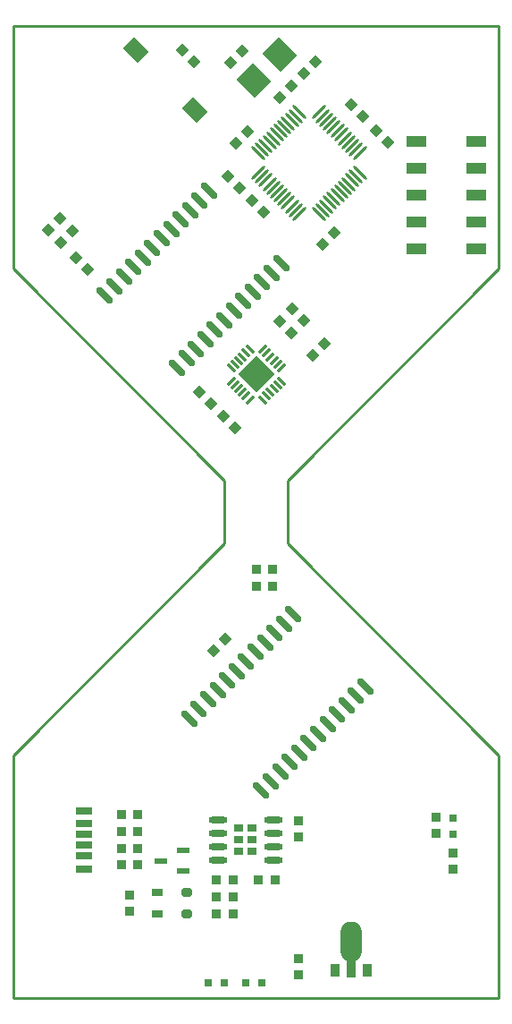
<source format=gbp>
G04*
G04 #@! TF.GenerationSoftware,Altium Limited,Altium Designer,23.4.1 (23)*
G04*
G04 Layer_Color=128*
%FSLAX25Y25*%
%MOIN*%
G70*
G04*
G04 #@! TF.SameCoordinates,F4368ACF-6DCD-49CB-89D3-828AB3F38D71*
G04*
G04*
G04 #@! TF.FilePolarity,Positive*
G04*
G01*
G75*
%ADD10C,0.01000*%
G04:AMPARAMS|DCode=35|XSize=35.43mil|YSize=33.47mil|CornerRadius=0mil|HoleSize=0mil|Usage=FLASHONLY|Rotation=315.000|XOffset=0mil|YOffset=0mil|HoleType=Round|Shape=Rectangle|*
%AMROTATEDRECTD35*
4,1,4,-0.02436,0.00070,-0.00070,0.02436,0.02436,-0.00070,0.00070,-0.02436,-0.02436,0.00070,0.0*
%
%ADD35ROTATEDRECTD35*%

G04:AMPARAMS|DCode=36|XSize=35.43mil|YSize=33.47mil|CornerRadius=0mil|HoleSize=0mil|Usage=FLASHONLY|Rotation=225.000|XOffset=0mil|YOffset=0mil|HoleType=Round|Shape=Rectangle|*
%AMROTATEDRECTD36*
4,1,4,0.00070,0.02436,0.02436,0.00070,-0.00070,-0.02436,-0.02436,-0.00070,0.00070,0.02436,0.0*
%
%ADD36ROTATEDRECTD36*%

%ADD37R,0.03347X0.03543*%
%ADD38R,0.03000X0.03000*%
G04:AMPARAMS|DCode=39|XSize=78.74mil|YSize=59.06mil|CornerRadius=0mil|HoleSize=0mil|Usage=FLASHONLY|Rotation=135.000|XOffset=0mil|YOffset=0mil|HoleType=Round|Shape=Rectangle|*
%AMROTATEDRECTD39*
4,1,4,0.04872,-0.00696,0.00696,-0.04872,-0.04872,0.00696,-0.00696,0.04872,0.04872,-0.00696,0.0*
%
%ADD39ROTATEDRECTD39*%

%ADD40R,0.07480X0.04016*%
G04:AMPARAMS|DCode=41|XSize=94.49mil|YSize=86.61mil|CornerRadius=0mil|HoleSize=0mil|Usage=FLASHONLY|Rotation=135.000|XOffset=0mil|YOffset=0mil|HoleType=Round|Shape=Rectangle|*
%AMROTATEDRECTD41*
4,1,4,0.06403,-0.00278,0.00278,-0.06403,-0.06403,0.00278,-0.00278,0.06403,0.06403,-0.00278,0.0*
%
%ADD41ROTATEDRECTD41*%

G04:AMPARAMS|DCode=42|XSize=11.81mil|YSize=70.87mil|CornerRadius=0mil|HoleSize=0mil|Usage=FLASHONLY|Rotation=225.000|XOffset=0mil|YOffset=0mil|HoleType=Round|Shape=Round|*
%AMOVALD42*
21,1,0.05906,0.01181,0.00000,0.00000,315.0*
1,1,0.01181,-0.02088,0.02088*
1,1,0.01181,0.02088,-0.02088*
%
%ADD42OVALD42*%

G04:AMPARAMS|DCode=43|XSize=11.81mil|YSize=70.87mil|CornerRadius=0mil|HoleSize=0mil|Usage=FLASHONLY|Rotation=315.000|XOffset=0mil|YOffset=0mil|HoleType=Round|Shape=Round|*
%AMOVALD43*
21,1,0.05906,0.01181,0.00000,0.00000,45.0*
1,1,0.01181,-0.02088,-0.02088*
1,1,0.01181,0.02088,0.02088*
%
%ADD43OVALD43*%

%ADD44R,0.03402X0.05000*%
%ADD45R,0.03400X0.10000*%
%ADD46O,0.08000X0.15000*%
G04:AMPARAMS|DCode=47|XSize=80mil|YSize=24mil|CornerRadius=0mil|HoleSize=0mil|Usage=FLASHONLY|Rotation=135.000|XOffset=0mil|YOffset=0mil|HoleType=Round|Shape=Round|*
%AMOVALD47*
21,1,0.05600,0.02400,0.00000,0.00000,135.0*
1,1,0.02400,0.01980,-0.01980*
1,1,0.02400,-0.01980,0.01980*
%
%ADD47OVALD47*%

%ADD48R,0.03543X0.03347*%
%ADD49P,0.13919X4X180.0*%
G04:AMPARAMS|DCode=50|XSize=11.81mil|YSize=39.37mil|CornerRadius=0mil|HoleSize=0mil|Usage=FLASHONLY|Rotation=135.000|XOffset=0mil|YOffset=0mil|HoleType=Round|Shape=Rectangle|*
%AMROTATEDRECTD50*
4,1,4,0.01810,0.00974,-0.00974,-0.01810,-0.01810,-0.00974,0.00974,0.01810,0.01810,0.00974,0.0*
%
%ADD50ROTATEDRECTD50*%

G04:AMPARAMS|DCode=51|XSize=11.81mil|YSize=39.37mil|CornerRadius=0mil|HoleSize=0mil|Usage=FLASHONLY|Rotation=45.000|XOffset=0mil|YOffset=0mil|HoleType=Round|Shape=Rectangle|*
%AMROTATEDRECTD51*
4,1,4,0.00974,-0.01810,-0.01810,0.00974,-0.00974,0.01810,0.01810,-0.00974,0.00974,-0.01810,0.0*
%
%ADD51ROTATEDRECTD51*%

%ADD52R,0.05900X0.03150*%
%ADD53R,0.05900X0.02990*%
%ADD54R,0.05900X0.02760*%
%ADD55R,0.05118X0.02362*%
%ADD56R,0.03000X0.03000*%
%ADD57R,0.03937X0.03150*%
G04:AMPARAMS|DCode=58|XSize=39.37mil|YSize=31.5mil|CornerRadius=0mil|HoleSize=0mil|Usage=FLASHONLY|Rotation=0.000|XOffset=0mil|YOffset=0mil|HoleType=Round|Shape=Octagon|*
%AMOCTAGOND58*
4,1,8,0.01968,-0.00787,0.01968,0.00787,0.01181,0.01575,-0.01181,0.01575,-0.01968,0.00787,-0.01968,-0.00787,-0.01181,-0.01575,0.01181,-0.01575,0.01968,-0.00787,0.0*
%
%ADD58OCTAGOND58*%

%ADD60O,0.07087X0.02400*%
%ADD88R,0.03543X0.02756*%
D10*
X102362Y169291D02*
Y192913D01*
X78740Y169291D02*
Y192913D01*
X0Y271654D02*
X78740Y192913D01*
X0Y271654D02*
Y362205D01*
Y90551D02*
X78740Y169291D01*
X102362Y192913D02*
X181102Y271654D01*
X102362Y169291D02*
X181102Y90551D01*
X0Y362205D02*
X181102D01*
X0Y0D02*
X181102D01*
Y90551D01*
Y271654D02*
Y362205D01*
X0Y0D02*
Y90551D01*
D35*
X108157Y252343D02*
D03*
X103842Y256658D02*
D03*
X130157Y328343D02*
D03*
X125842Y332658D02*
D03*
X139657Y318843D02*
D03*
X135342Y323158D02*
D03*
X67315Y348685D02*
D03*
X63000Y353000D02*
D03*
X93157Y292843D02*
D03*
X88842Y297158D02*
D03*
X79843Y306157D02*
D03*
X84158Y301842D02*
D03*
X82657Y212343D02*
D03*
X78342Y216658D02*
D03*
X23433Y275779D02*
D03*
X27748Y271464D02*
D03*
X103657Y247843D02*
D03*
X99342Y252158D02*
D03*
X73657Y221343D02*
D03*
X69342Y225658D02*
D03*
D36*
X111500Y239500D02*
D03*
X115815Y243815D02*
D03*
X115343Y280843D02*
D03*
X119658Y285158D02*
D03*
X112657Y348657D02*
D03*
X108342Y344342D02*
D03*
X103657Y339657D02*
D03*
X99342Y335342D02*
D03*
X80843Y348343D02*
D03*
X85158Y352658D02*
D03*
X87157Y322657D02*
D03*
X82842Y318342D02*
D03*
X17118Y290347D02*
D03*
X12803Y286032D02*
D03*
X21843Y285622D02*
D03*
X17528Y281307D02*
D03*
X78929Y133653D02*
D03*
X74614Y129338D02*
D03*
D37*
X157500Y67551D02*
D03*
Y61449D02*
D03*
X43307Y38484D02*
D03*
Y32382D02*
D03*
X106299Y59941D02*
D03*
Y66044D02*
D03*
X164000Y54232D02*
D03*
Y48130D02*
D03*
X106299Y8760D02*
D03*
Y14863D02*
D03*
D38*
X164000Y61000D02*
D03*
Y67000D02*
D03*
D39*
X45540Y352960D02*
D03*
X67568Y330821D02*
D03*
D40*
X150197Y319213D02*
D03*
X172638D02*
D03*
X150197Y309213D02*
D03*
X172638D02*
D03*
X150197Y299213D02*
D03*
X172638D02*
D03*
Y279213D02*
D03*
X150197D02*
D03*
X172638Y289213D02*
D03*
X150197D02*
D03*
D41*
X99360Y351328D02*
D03*
X89616Y341585D02*
D03*
D42*
X91306Y314643D02*
D03*
X92698Y316035D02*
D03*
X94090Y317427D02*
D03*
X95482Y318818D02*
D03*
X96874Y320210D02*
D03*
X98265Y321602D02*
D03*
X99657Y322994D02*
D03*
X101049Y324386D02*
D03*
X102441Y325778D02*
D03*
X103833Y327170D02*
D03*
X105225Y328562D02*
D03*
X106617Y329954D02*
D03*
X129167Y307405D02*
D03*
X127775Y306013D02*
D03*
X126383Y304621D02*
D03*
X124991Y303229D02*
D03*
X123599Y301837D02*
D03*
X122207Y300445D02*
D03*
X120815Y299053D02*
D03*
X119423Y297661D02*
D03*
X118031Y296269D02*
D03*
X116639Y294877D02*
D03*
X115247Y293485D02*
D03*
X113855Y292093D02*
D03*
D43*
Y329954D02*
D03*
X115247Y328562D02*
D03*
X116639Y327170D02*
D03*
X118031Y325778D02*
D03*
X119423Y324386D02*
D03*
X120815Y322994D02*
D03*
X122207Y321602D02*
D03*
X123599Y320210D02*
D03*
X124991Y318818D02*
D03*
X126383Y317426D02*
D03*
X127775Y316035D02*
D03*
X129167Y314643D02*
D03*
X106617Y292093D02*
D03*
X105225Y293485D02*
D03*
X103833Y294877D02*
D03*
X102441Y296269D02*
D03*
X101049Y297661D02*
D03*
X99657Y299053D02*
D03*
X98265Y300445D02*
D03*
X96874Y301837D02*
D03*
X95482Y303229D02*
D03*
X94090Y304621D02*
D03*
X92698Y306013D02*
D03*
X91306Y307405D02*
D03*
D44*
X131984Y10301D02*
D03*
X119984D02*
D03*
D45*
X125984Y12801D02*
D03*
D46*
Y21195D02*
D03*
D47*
X72939Y300597D02*
D03*
X69404Y297061D02*
D03*
X65869Y293526D02*
D03*
X62333Y289990D02*
D03*
X58797Y286455D02*
D03*
X55262Y282919D02*
D03*
X51726Y279384D02*
D03*
X48191Y275848D02*
D03*
X44655Y272313D02*
D03*
X41120Y268777D02*
D03*
X37584Y265242D02*
D03*
X34049Y261706D02*
D03*
X60919Y234836D02*
D03*
X64454Y238372D02*
D03*
X67990Y241907D02*
D03*
X71525Y245443D02*
D03*
X75061Y248978D02*
D03*
X78596Y252514D02*
D03*
X82132Y256049D02*
D03*
X85668Y259585D02*
D03*
X89203Y263120D02*
D03*
X92738Y266656D02*
D03*
X96274Y270191D02*
D03*
X99810Y273727D02*
D03*
X131306Y116247D02*
D03*
X127770Y112711D02*
D03*
X124235Y109176D02*
D03*
X120699Y105640D02*
D03*
X117164Y102104D02*
D03*
X113628Y98569D02*
D03*
X110092Y95033D02*
D03*
X106557Y91498D02*
D03*
X103021Y87962D02*
D03*
X99486Y84427D02*
D03*
X95950Y80891D02*
D03*
X92415Y77356D02*
D03*
X65545Y104226D02*
D03*
X69080Y107761D02*
D03*
X72616Y111297D02*
D03*
X76151Y114832D02*
D03*
X79687Y118368D02*
D03*
X83222Y121904D02*
D03*
X86758Y125439D02*
D03*
X90294Y128974D02*
D03*
X93829Y132510D02*
D03*
X97364Y136046D02*
D03*
X100900Y139581D02*
D03*
X104436Y143117D02*
D03*
D48*
X40256Y62205D02*
D03*
X46359D02*
D03*
X40256Y55905D02*
D03*
X46359D02*
D03*
X75689Y31496D02*
D03*
X81792D02*
D03*
X75689Y37795D02*
D03*
X81792D02*
D03*
X46358Y49606D02*
D03*
X40256D02*
D03*
X46358Y68504D02*
D03*
X40256D02*
D03*
X75689Y44094D02*
D03*
X81792D02*
D03*
X97539D02*
D03*
X91437D02*
D03*
X90650Y159843D02*
D03*
X96752D02*
D03*
X90650Y153543D02*
D03*
X96752D02*
D03*
D49*
X90551Y232283D02*
D03*
D50*
X99947Y234719D02*
D03*
X98555Y236111D02*
D03*
X97163Y237503D02*
D03*
X95771Y238895D02*
D03*
X94379Y240287D02*
D03*
X92987Y241679D02*
D03*
X81156Y229848D02*
D03*
X82547Y228456D02*
D03*
X83939Y227064D02*
D03*
X85331Y225672D02*
D03*
X86723Y224280D02*
D03*
X88115Y222888D02*
D03*
D51*
X88115Y241679D02*
D03*
X86723Y240287D02*
D03*
X85331Y238895D02*
D03*
X83939Y237503D02*
D03*
X82547Y236111D02*
D03*
X81156Y234719D02*
D03*
X92987Y222888D02*
D03*
X94379Y224280D02*
D03*
X95771Y225672D02*
D03*
X97163Y227064D02*
D03*
X98555Y228456D02*
D03*
X99947Y229848D02*
D03*
D52*
X26280Y69880D02*
D03*
Y48230D02*
D03*
D53*
Y65040D02*
D03*
Y53070D02*
D03*
D54*
Y61025D02*
D03*
Y57085D02*
D03*
D55*
X54921Y51181D02*
D03*
X63189Y47441D02*
D03*
Y54921D02*
D03*
D56*
X92500Y5905D02*
D03*
X86500D02*
D03*
X72500Y5906D02*
D03*
X78500D02*
D03*
D57*
X53543Y31496D02*
D03*
Y39370D02*
D03*
D58*
X64567Y31496D02*
D03*
Y39370D02*
D03*
D60*
X76181Y51555D02*
D03*
Y56555D02*
D03*
Y61555D02*
D03*
Y66555D02*
D03*
X97047Y51555D02*
D03*
Y56555D02*
D03*
Y61555D02*
D03*
Y66555D02*
D03*
D88*
X89075Y63386D02*
D03*
X84055D02*
D03*
Y59055D02*
D03*
X89075D02*
D03*
X84055Y54724D02*
D03*
X89075D02*
D03*
M02*

</source>
